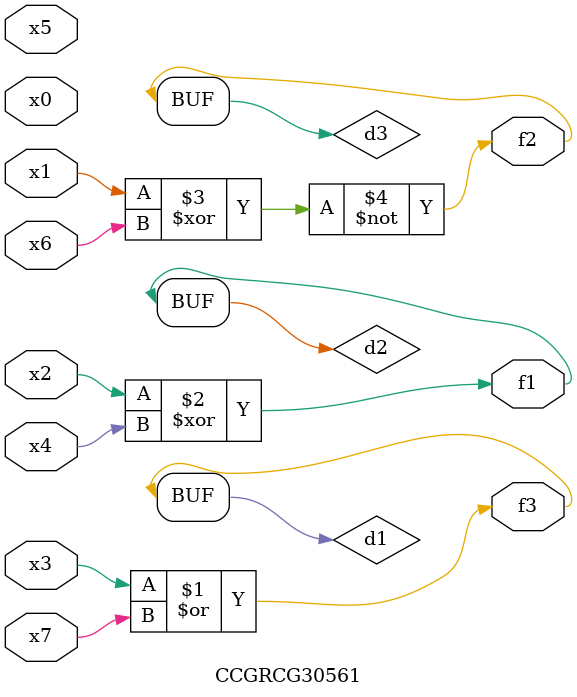
<source format=v>
module CCGRCG30561(
	input x0, x1, x2, x3, x4, x5, x6, x7,
	output f1, f2, f3
);

	wire d1, d2, d3;

	or (d1, x3, x7);
	xor (d2, x2, x4);
	xnor (d3, x1, x6);
	assign f1 = d2;
	assign f2 = d3;
	assign f3 = d1;
endmodule

</source>
